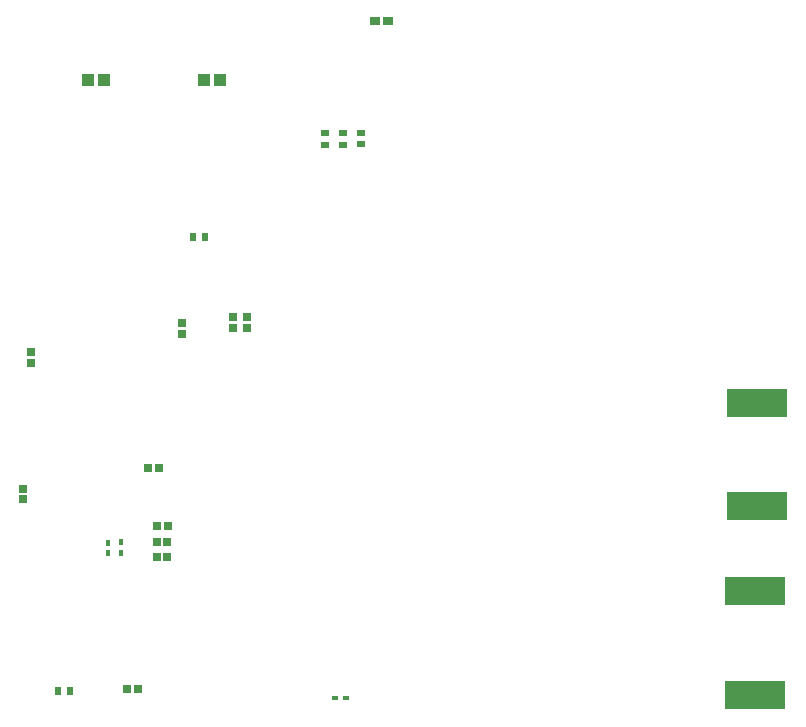
<source format=gbp>
G04*
G04 #@! TF.GenerationSoftware,Altium Limited,Altium Designer,24.10.1 (45)*
G04*
G04 Layer_Color=128*
%FSLAX25Y25*%
%MOIN*%
G70*
G04*
G04 #@! TF.SameCoordinates,9D620B6C-925D-48BC-BBC5-478D005D5007*
G04*
G04*
G04 #@! TF.FilePolarity,Positive*
G04*
G01*
G75*
%ADD20R,0.20299X0.09807*%
%ADD24R,0.02661X0.02268*%
%ADD29R,0.02661X0.02819*%
%ADD31R,0.02819X0.02661*%
%ADD32R,0.02268X0.02661*%
%ADD36R,0.03842X0.04236*%
%ADD45R,0.01874X0.01480*%
%ADD173R,0.03252X0.02661*%
%ADD174R,0.01480X0.01874*%
D20*
X412402Y41898D02*
D03*
Y76410D02*
D03*
X412992Y104791D02*
D03*
Y139303D02*
D03*
D24*
X281102Y225394D02*
D03*
Y229331D02*
D03*
X274902Y225295D02*
D03*
Y229232D02*
D03*
X268996Y225197D02*
D03*
Y229134D02*
D03*
D29*
X203091Y43799D02*
D03*
X206555D02*
D03*
X213130Y98130D02*
D03*
X216595D02*
D03*
X212933Y92913D02*
D03*
X216398D02*
D03*
X212933Y87992D02*
D03*
X216398D02*
D03*
X213543Y117717D02*
D03*
X210079D02*
D03*
D31*
X238484Y164311D02*
D03*
Y167776D02*
D03*
X243110Y164311D02*
D03*
Y167776D02*
D03*
X221260Y162303D02*
D03*
Y165768D02*
D03*
X171063Y156063D02*
D03*
Y152598D02*
D03*
X168504Y107224D02*
D03*
Y110689D02*
D03*
D32*
X229035Y194685D02*
D03*
X225098D02*
D03*
X183858Y43209D02*
D03*
X179921D02*
D03*
D36*
X228740Y246850D02*
D03*
X234055D02*
D03*
X189961Y246752D02*
D03*
X195276D02*
D03*
D45*
X272441Y40748D02*
D03*
X275984D02*
D03*
D173*
X290059Y266535D02*
D03*
X285531D02*
D03*
D174*
X201181Y92913D02*
D03*
Y89370D02*
D03*
X196555Y92618D02*
D03*
Y89075D02*
D03*
M02*

</source>
